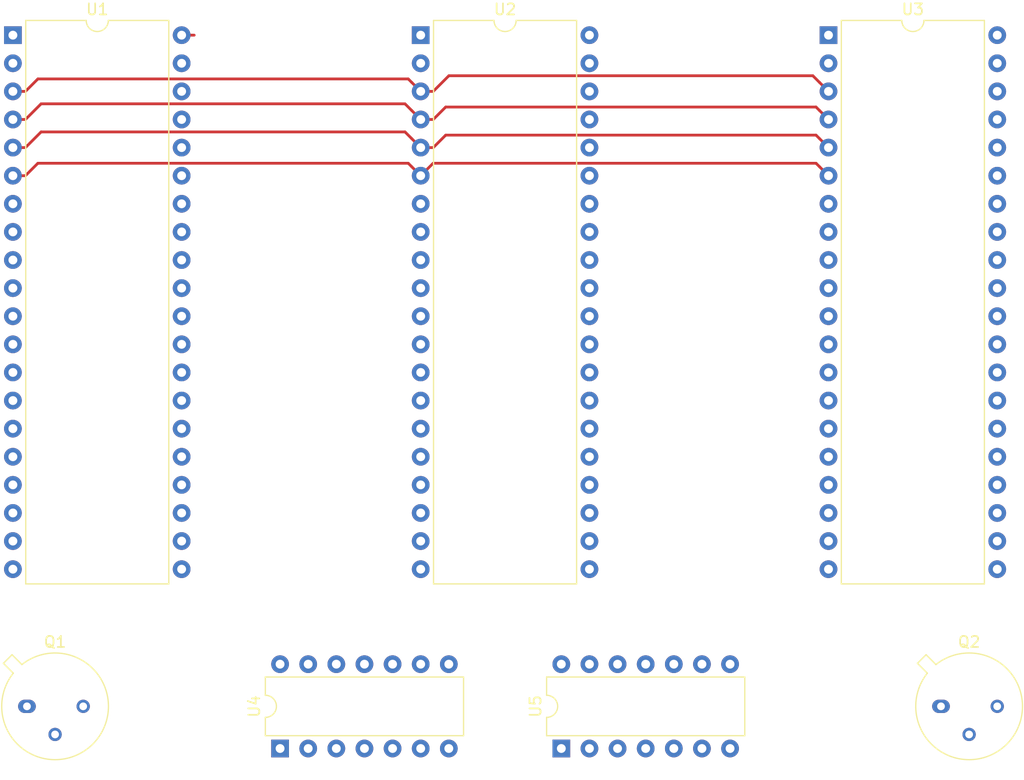
<source format=kicad_pcb>
(kicad_pcb (version 20171130) (host pcbnew "(5.0.1)-4")

  (general
    (thickness 1.6)
    (drawings 0)
    (tracks 40)
    (zones 0)
    (modules 7)
    (nets 116)
  )

  (page A4)
  (layers
    (0 F.Cu signal)
    (31 B.Cu signal)
    (32 B.Adhes user)
    (33 F.Adhes user)
    (34 B.Paste user)
    (35 F.Paste user)
    (36 B.SilkS user)
    (37 F.SilkS user)
    (38 B.Mask user)
    (39 F.Mask user)
    (40 Dwgs.User user)
    (41 Cmts.User user)
    (42 Eco1.User user)
    (43 Eco2.User user)
    (44 Edge.Cuts user)
    (45 Margin user)
    (46 B.CrtYd user)
    (47 F.CrtYd user)
    (48 B.Fab user)
    (49 F.Fab user)
  )

  (setup
    (last_trace_width 0.25)
    (trace_clearance 0.2)
    (zone_clearance 0.508)
    (zone_45_only no)
    (trace_min 0.2)
    (segment_width 0.2)
    (edge_width 0.15)
    (via_size 0.8)
    (via_drill 0.4)
    (via_min_size 0.4)
    (via_min_drill 0.3)
    (uvia_size 0.3)
    (uvia_drill 0.1)
    (uvias_allowed no)
    (uvia_min_size 0.2)
    (uvia_min_drill 0.1)
    (pcb_text_width 0.3)
    (pcb_text_size 1.5 1.5)
    (mod_edge_width 0.15)
    (mod_text_size 1 1)
    (mod_text_width 0.15)
    (pad_size 1.524 1.524)
    (pad_drill 0.762)
    (pad_to_mask_clearance 0.051)
    (solder_mask_min_width 0.25)
    (aux_axis_origin 0 0)
    (visible_elements 7FFFFFFF)
    (pcbplotparams
      (layerselection 0x010fc_ffffffff)
      (usegerberextensions false)
      (usegerberattributes false)
      (usegerberadvancedattributes false)
      (creategerberjobfile false)
      (excludeedgelayer true)
      (linewidth 0.100000)
      (plotframeref false)
      (viasonmask false)
      (mode 1)
      (useauxorigin false)
      (hpglpennumber 1)
      (hpglpenspeed 20)
      (hpglpendiameter 15.000000)
      (psnegative false)
      (psa4output false)
      (plotreference true)
      (plotvalue true)
      (plotinvisibletext false)
      (padsonsilk false)
      (subtractmaskfromsilk false)
      (outputformat 1)
      (mirror false)
      (drillshape 1)
      (scaleselection 1)
      (outputdirectory ""))
  )

  (net 0 "")
  (net 1 /PWR_CONSENSUS)
  (net 2 /CPU_CONSENSUS)
  (net 3 CPU1_VCC)
  (net 4 CPU0_VCC)
  (net 5 "Net-(Q2-Pad2)")
  (net 6 "Net-(U1-Pad1)")
  (net 7 "Net-(U1-Pad21)")
  (net 8 "Net-(U1-Pad2)")
  (net 9 "Net-(U1-Pad22)")
  (net 10 WD_SS)
  (net 11 "Net-(U1-Pad23)")
  (net 12 WD_MOSI)
  (net 13 "Net-(U1-Pad24)")
  (net 14 WD_MISO)
  (net 15 "Net-(U1-Pad25)")
  (net 16 WD_SCK)
  (net 17 "Net-(U1-Pad26)")
  (net 18 "Net-(U1-Pad7)")
  (net 19 "Net-(U1-Pad27)")
  (net 20 "Net-(U1-Pad8)")
  (net 21 "Net-(U1-Pad28)")
  (net 22 "Net-(U1-Pad9)")
  (net 23 "Net-(U1-Pad29)")
  (net 24 +5V)
  (net 25 GND)
  (net 26 "Net-(U1-Pad12)")
  (net 27 "Net-(U1-Pad32)")
  (net 28 "Net-(U1-Pad13)")
  (net 29 "Net-(U1-Pad33)")
  (net 30 "Net-(U1-Pad14)")
  (net 31 "Net-(U1-Pad34)")
  (net 32 "Net-(U1-Pad15)")
  (net 33 "Net-(U1-Pad35)")
  (net 34 "Net-(U1-Pad16)")
  (net 35 "Net-(U1-Pad36)")
  (net 36 "Net-(U1-Pad17)")
  (net 37 "Net-(U1-Pad37)")
  (net 38 "Net-(U1-Pad18)")
  (net 39 "Net-(U1-Pad38)")
  (net 40 "Net-(U1-Pad19)")
  (net 41 /CPU_0)
  (net 42 "Net-(U1-Pad20)")
  (net 43 /PWR_0)
  (net 44 /PWR_1)
  (net 45 "Net-(U2-Pad20)")
  (net 46 /CPU_1)
  (net 47 "Net-(U2-Pad19)")
  (net 48 "Net-(U2-Pad38)")
  (net 49 "Net-(U2-Pad18)")
  (net 50 "Net-(U2-Pad37)")
  (net 51 "Net-(U2-Pad17)")
  (net 52 "Net-(U2-Pad36)")
  (net 53 "Net-(U2-Pad16)")
  (net 54 "Net-(U2-Pad35)")
  (net 55 "Net-(U2-Pad15)")
  (net 56 "Net-(U2-Pad34)")
  (net 57 "Net-(U2-Pad14)")
  (net 58 "Net-(U2-Pad33)")
  (net 59 "Net-(U2-Pad13)")
  (net 60 "Net-(U2-Pad32)")
  (net 61 "Net-(U2-Pad12)")
  (net 62 "Net-(U2-Pad29)")
  (net 63 "Net-(U2-Pad9)")
  (net 64 "Net-(U2-Pad28)")
  (net 65 "Net-(U2-Pad8)")
  (net 66 "Net-(U2-Pad27)")
  (net 67 "Net-(U2-Pad7)")
  (net 68 "Net-(U2-Pad26)")
  (net 69 "Net-(U2-Pad25)")
  (net 70 "Net-(U2-Pad24)")
  (net 71 "Net-(U2-Pad23)")
  (net 72 "Net-(U2-Pad22)")
  (net 73 "Net-(U2-Pad2)")
  (net 74 "Net-(U2-Pad21)")
  (net 75 "Net-(U2-Pad1)")
  (net 76 "Net-(U3-Pad1)")
  (net 77 "Net-(U3-Pad21)")
  (net 78 "Net-(U3-Pad2)")
  (net 79 "Net-(U3-Pad22)")
  (net 80 "Net-(U3-Pad23)")
  (net 81 "Net-(U3-Pad24)")
  (net 82 "Net-(U3-Pad25)")
  (net 83 "Net-(U3-Pad26)")
  (net 84 "Net-(U3-Pad7)")
  (net 85 "Net-(U3-Pad27)")
  (net 86 "Net-(U3-Pad8)")
  (net 87 "Net-(U3-Pad28)")
  (net 88 "Net-(U3-Pad9)")
  (net 89 "Net-(U3-Pad29)")
  (net 90 "Net-(U3-Pad12)")
  (net 91 "Net-(U3-Pad32)")
  (net 92 "Net-(U3-Pad13)")
  (net 93 "Net-(U3-Pad33)")
  (net 94 "Net-(U3-Pad14)")
  (net 95 "Net-(U3-Pad34)")
  (net 96 "Net-(U3-Pad15)")
  (net 97 "Net-(U3-Pad35)")
  (net 98 "Net-(U3-Pad16)")
  (net 99 "Net-(U3-Pad36)")
  (net 100 "Net-(U3-Pad17)")
  (net 101 "Net-(U3-Pad37)")
  (net 102 "Net-(U3-Pad18)")
  (net 103 "Net-(U3-Pad38)")
  (net 104 "Net-(U3-Pad19)")
  (net 105 /CPU_2)
  (net 106 "Net-(U3-Pad20)")
  (net 107 /PWR_2)
  (net 108 Vcc)
  (net 109 Gnd)
  (net 110 "Net-(U4-Pad6)")
  (net 111 "Net-(U4-Pad11)")
  (net 112 "Net-(U4-Pad3)")
  (net 113 "Net-(U4-Pad8)")
  (net 114 "Net-(U5-Pad3)")
  (net 115 "Net-(U5-Pad6)")

  (net_class Default "Ceci est la Netclass par défaut."
    (clearance 0.2)
    (trace_width 0.25)
    (via_dia 0.8)
    (via_drill 0.4)
    (uvia_dia 0.3)
    (uvia_drill 0.1)
    (add_net +5V)
    (add_net /CPU_0)
    (add_net /CPU_1)
    (add_net /CPU_2)
    (add_net /CPU_CONSENSUS)
    (add_net /PWR_0)
    (add_net /PWR_1)
    (add_net /PWR_2)
    (add_net /PWR_CONSENSUS)
    (add_net CPU0_VCC)
    (add_net CPU1_VCC)
    (add_net GND)
    (add_net Gnd)
    (add_net "Net-(Q2-Pad2)")
    (add_net "Net-(U1-Pad1)")
    (add_net "Net-(U1-Pad12)")
    (add_net "Net-(U1-Pad13)")
    (add_net "Net-(U1-Pad14)")
    (add_net "Net-(U1-Pad15)")
    (add_net "Net-(U1-Pad16)")
    (add_net "Net-(U1-Pad17)")
    (add_net "Net-(U1-Pad18)")
    (add_net "Net-(U1-Pad19)")
    (add_net "Net-(U1-Pad2)")
    (add_net "Net-(U1-Pad20)")
    (add_net "Net-(U1-Pad21)")
    (add_net "Net-(U1-Pad22)")
    (add_net "Net-(U1-Pad23)")
    (add_net "Net-(U1-Pad24)")
    (add_net "Net-(U1-Pad25)")
    (add_net "Net-(U1-Pad26)")
    (add_net "Net-(U1-Pad27)")
    (add_net "Net-(U1-Pad28)")
    (add_net "Net-(U1-Pad29)")
    (add_net "Net-(U1-Pad32)")
    (add_net "Net-(U1-Pad33)")
    (add_net "Net-(U1-Pad34)")
    (add_net "Net-(U1-Pad35)")
    (add_net "Net-(U1-Pad36)")
    (add_net "Net-(U1-Pad37)")
    (add_net "Net-(U1-Pad38)")
    (add_net "Net-(U1-Pad7)")
    (add_net "Net-(U1-Pad8)")
    (add_net "Net-(U1-Pad9)")
    (add_net "Net-(U2-Pad1)")
    (add_net "Net-(U2-Pad12)")
    (add_net "Net-(U2-Pad13)")
    (add_net "Net-(U2-Pad14)")
    (add_net "Net-(U2-Pad15)")
    (add_net "Net-(U2-Pad16)")
    (add_net "Net-(U2-Pad17)")
    (add_net "Net-(U2-Pad18)")
    (add_net "Net-(U2-Pad19)")
    (add_net "Net-(U2-Pad2)")
    (add_net "Net-(U2-Pad20)")
    (add_net "Net-(U2-Pad21)")
    (add_net "Net-(U2-Pad22)")
    (add_net "Net-(U2-Pad23)")
    (add_net "Net-(U2-Pad24)")
    (add_net "Net-(U2-Pad25)")
    (add_net "Net-(U2-Pad26)")
    (add_net "Net-(U2-Pad27)")
    (add_net "Net-(U2-Pad28)")
    (add_net "Net-(U2-Pad29)")
    (add_net "Net-(U2-Pad32)")
    (add_net "Net-(U2-Pad33)")
    (add_net "Net-(U2-Pad34)")
    (add_net "Net-(U2-Pad35)")
    (add_net "Net-(U2-Pad36)")
    (add_net "Net-(U2-Pad37)")
    (add_net "Net-(U2-Pad38)")
    (add_net "Net-(U2-Pad7)")
    (add_net "Net-(U2-Pad8)")
    (add_net "Net-(U2-Pad9)")
    (add_net "Net-(U3-Pad1)")
    (add_net "Net-(U3-Pad12)")
    (add_net "Net-(U3-Pad13)")
    (add_net "Net-(U3-Pad14)")
    (add_net "Net-(U3-Pad15)")
    (add_net "Net-(U3-Pad16)")
    (add_net "Net-(U3-Pad17)")
    (add_net "Net-(U3-Pad18)")
    (add_net "Net-(U3-Pad19)")
    (add_net "Net-(U3-Pad2)")
    (add_net "Net-(U3-Pad20)")
    (add_net "Net-(U3-Pad21)")
    (add_net "Net-(U3-Pad22)")
    (add_net "Net-(U3-Pad23)")
    (add_net "Net-(U3-Pad24)")
    (add_net "Net-(U3-Pad25)")
    (add_net "Net-(U3-Pad26)")
    (add_net "Net-(U3-Pad27)")
    (add_net "Net-(U3-Pad28)")
    (add_net "Net-(U3-Pad29)")
    (add_net "Net-(U3-Pad32)")
    (add_net "Net-(U3-Pad33)")
    (add_net "Net-(U3-Pad34)")
    (add_net "Net-(U3-Pad35)")
    (add_net "Net-(U3-Pad36)")
    (add_net "Net-(U3-Pad37)")
    (add_net "Net-(U3-Pad38)")
    (add_net "Net-(U3-Pad7)")
    (add_net "Net-(U3-Pad8)")
    (add_net "Net-(U3-Pad9)")
    (add_net "Net-(U4-Pad11)")
    (add_net "Net-(U4-Pad3)")
    (add_net "Net-(U4-Pad6)")
    (add_net "Net-(U4-Pad8)")
    (add_net "Net-(U5-Pad3)")
    (add_net "Net-(U5-Pad6)")
    (add_net Vcc)
    (add_net WD_MISO)
    (add_net WD_MOSI)
    (add_net WD_SCK)
    (add_net WD_SS)
  )

  (module Package_DIP:DIP-40_W15.24mm (layer F.Cu) (tedit 5A02E8C5) (tstamp 5C0D9D30)
    (at 87.63 52.375001)
    (descr "40-lead though-hole mounted DIP package, row spacing 15.24 mm (600 mils)")
    (tags "THT DIP DIL PDIP 2.54mm 15.24mm 600mil")
    (path /5C0E003E)
    (fp_text reference U1 (at 7.62 -2.33) (layer F.SilkS)
      (effects (font (size 1 1) (thickness 0.15)))
    )
    (fp_text value ATmega32-16PU (at 7.62 50.59) (layer F.Fab)
      (effects (font (size 1 1) (thickness 0.15)))
    )
    (fp_arc (start 7.62 -1.33) (end 6.62 -1.33) (angle -180) (layer F.SilkS) (width 0.12))
    (fp_line (start 1.255 -1.27) (end 14.985 -1.27) (layer F.Fab) (width 0.1))
    (fp_line (start 14.985 -1.27) (end 14.985 49.53) (layer F.Fab) (width 0.1))
    (fp_line (start 14.985 49.53) (end 0.255 49.53) (layer F.Fab) (width 0.1))
    (fp_line (start 0.255 49.53) (end 0.255 -0.27) (layer F.Fab) (width 0.1))
    (fp_line (start 0.255 -0.27) (end 1.255 -1.27) (layer F.Fab) (width 0.1))
    (fp_line (start 6.62 -1.33) (end 1.16 -1.33) (layer F.SilkS) (width 0.12))
    (fp_line (start 1.16 -1.33) (end 1.16 49.59) (layer F.SilkS) (width 0.12))
    (fp_line (start 1.16 49.59) (end 14.08 49.59) (layer F.SilkS) (width 0.12))
    (fp_line (start 14.08 49.59) (end 14.08 -1.33) (layer F.SilkS) (width 0.12))
    (fp_line (start 14.08 -1.33) (end 8.62 -1.33) (layer F.SilkS) (width 0.12))
    (fp_line (start -1.05 -1.55) (end -1.05 49.8) (layer F.CrtYd) (width 0.05))
    (fp_line (start -1.05 49.8) (end 16.3 49.8) (layer F.CrtYd) (width 0.05))
    (fp_line (start 16.3 49.8) (end 16.3 -1.55) (layer F.CrtYd) (width 0.05))
    (fp_line (start 16.3 -1.55) (end -1.05 -1.55) (layer F.CrtYd) (width 0.05))
    (fp_text user %R (at 7.62 24.13) (layer F.Fab)
      (effects (font (size 1 1) (thickness 0.15)))
    )
    (pad 1 thru_hole rect (at 0 0) (size 1.6 1.6) (drill 0.8) (layers *.Cu *.Mask)
      (net 6 "Net-(U1-Pad1)"))
    (pad 21 thru_hole oval (at 15.24 48.26) (size 1.6 1.6) (drill 0.8) (layers *.Cu *.Mask)
      (net 7 "Net-(U1-Pad21)"))
    (pad 2 thru_hole oval (at 0 2.54) (size 1.6 1.6) (drill 0.8) (layers *.Cu *.Mask)
      (net 8 "Net-(U1-Pad2)"))
    (pad 22 thru_hole oval (at 15.24 45.72) (size 1.6 1.6) (drill 0.8) (layers *.Cu *.Mask)
      (net 9 "Net-(U1-Pad22)"))
    (pad 3 thru_hole oval (at 0 5.08) (size 1.6 1.6) (drill 0.8) (layers *.Cu *.Mask)
      (net 10 WD_SS))
    (pad 23 thru_hole oval (at 15.24 43.18) (size 1.6 1.6) (drill 0.8) (layers *.Cu *.Mask)
      (net 11 "Net-(U1-Pad23)"))
    (pad 4 thru_hole oval (at 0 7.62) (size 1.6 1.6) (drill 0.8) (layers *.Cu *.Mask)
      (net 12 WD_MOSI))
    (pad 24 thru_hole oval (at 15.24 40.64) (size 1.6 1.6) (drill 0.8) (layers *.Cu *.Mask)
      (net 13 "Net-(U1-Pad24)"))
    (pad 5 thru_hole oval (at 0 10.16) (size 1.6 1.6) (drill 0.8) (layers *.Cu *.Mask)
      (net 14 WD_MISO))
    (pad 25 thru_hole oval (at 15.24 38.1) (size 1.6 1.6) (drill 0.8) (layers *.Cu *.Mask)
      (net 15 "Net-(U1-Pad25)"))
    (pad 6 thru_hole oval (at 0 12.7) (size 1.6 1.6) (drill 0.8) (layers *.Cu *.Mask)
      (net 16 WD_SCK))
    (pad 26 thru_hole oval (at 15.24 35.56) (size 1.6 1.6) (drill 0.8) (layers *.Cu *.Mask)
      (net 17 "Net-(U1-Pad26)"))
    (pad 7 thru_hole oval (at 0 15.24) (size 1.6 1.6) (drill 0.8) (layers *.Cu *.Mask)
      (net 18 "Net-(U1-Pad7)"))
    (pad 27 thru_hole oval (at 15.24 33.02) (size 1.6 1.6) (drill 0.8) (layers *.Cu *.Mask)
      (net 19 "Net-(U1-Pad27)"))
    (pad 8 thru_hole oval (at 0 17.78) (size 1.6 1.6) (drill 0.8) (layers *.Cu *.Mask)
      (net 20 "Net-(U1-Pad8)"))
    (pad 28 thru_hole oval (at 15.24 30.48) (size 1.6 1.6) (drill 0.8) (layers *.Cu *.Mask)
      (net 21 "Net-(U1-Pad28)"))
    (pad 9 thru_hole oval (at 0 20.32) (size 1.6 1.6) (drill 0.8) (layers *.Cu *.Mask)
      (net 22 "Net-(U1-Pad9)"))
    (pad 29 thru_hole oval (at 15.24 27.94) (size 1.6 1.6) (drill 0.8) (layers *.Cu *.Mask)
      (net 23 "Net-(U1-Pad29)"))
    (pad 10 thru_hole oval (at 0 22.86) (size 1.6 1.6) (drill 0.8) (layers *.Cu *.Mask)
      (net 24 +5V))
    (pad 30 thru_hole oval (at 15.24 25.4) (size 1.6 1.6) (drill 0.8) (layers *.Cu *.Mask)
      (net 24 +5V))
    (pad 11 thru_hole oval (at 0 25.4) (size 1.6 1.6) (drill 0.8) (layers *.Cu *.Mask)
      (net 25 GND))
    (pad 31 thru_hole oval (at 15.24 22.86) (size 1.6 1.6) (drill 0.8) (layers *.Cu *.Mask)
      (net 25 GND))
    (pad 12 thru_hole oval (at 0 27.94) (size 1.6 1.6) (drill 0.8) (layers *.Cu *.Mask)
      (net 26 "Net-(U1-Pad12)"))
    (pad 32 thru_hole oval (at 15.24 20.32) (size 1.6 1.6) (drill 0.8) (layers *.Cu *.Mask)
      (net 27 "Net-(U1-Pad32)"))
    (pad 13 thru_hole oval (at 0 30.48) (size 1.6 1.6) (drill 0.8) (layers *.Cu *.Mask)
      (net 28 "Net-(U1-Pad13)"))
    (pad 33 thru_hole oval (at 15.24 17.78) (size 1.6 1.6) (drill 0.8) (layers *.Cu *.Mask)
      (net 29 "Net-(U1-Pad33)"))
    (pad 14 thru_hole oval (at 0 33.02) (size 1.6 1.6) (drill 0.8) (layers *.Cu *.Mask)
      (net 30 "Net-(U1-Pad14)"))
    (pad 34 thru_hole oval (at 15.24 15.24) (size 1.6 1.6) (drill 0.8) (layers *.Cu *.Mask)
      (net 31 "Net-(U1-Pad34)"))
    (pad 15 thru_hole oval (at 0 35.56) (size 1.6 1.6) (drill 0.8) (layers *.Cu *.Mask)
      (net 32 "Net-(U1-Pad15)"))
    (pad 35 thru_hole oval (at 15.24 12.7) (size 1.6 1.6) (drill 0.8) (layers *.Cu *.Mask)
      (net 33 "Net-(U1-Pad35)"))
    (pad 16 thru_hole oval (at 0 38.1) (size 1.6 1.6) (drill 0.8) (layers *.Cu *.Mask)
      (net 34 "Net-(U1-Pad16)"))
    (pad 36 thru_hole oval (at 15.24 10.16) (size 1.6 1.6) (drill 0.8) (layers *.Cu *.Mask)
      (net 35 "Net-(U1-Pad36)"))
    (pad 17 thru_hole oval (at 0 40.64) (size 1.6 1.6) (drill 0.8) (layers *.Cu *.Mask)
      (net 36 "Net-(U1-Pad17)"))
    (pad 37 thru_hole oval (at 15.24 7.62) (size 1.6 1.6) (drill 0.8) (layers *.Cu *.Mask)
      (net 37 "Net-(U1-Pad37)"))
    (pad 18 thru_hole oval (at 0 43.18) (size 1.6 1.6) (drill 0.8) (layers *.Cu *.Mask)
      (net 38 "Net-(U1-Pad18)"))
    (pad 38 thru_hole oval (at 15.24 5.08) (size 1.6 1.6) (drill 0.8) (layers *.Cu *.Mask)
      (net 39 "Net-(U1-Pad38)"))
    (pad 19 thru_hole oval (at 0 45.72) (size 1.6 1.6) (drill 0.8) (layers *.Cu *.Mask)
      (net 40 "Net-(U1-Pad19)"))
    (pad 39 thru_hole oval (at 15.24 2.54) (size 1.6 1.6) (drill 0.8) (layers *.Cu *.Mask)
      (net 41 /CPU_0))
    (pad 20 thru_hole oval (at 0 48.26) (size 1.6 1.6) (drill 0.8) (layers *.Cu *.Mask)
      (net 42 "Net-(U1-Pad20)"))
    (pad 40 thru_hole oval (at 15.24 0) (size 1.6 1.6) (drill 0.8) (layers *.Cu *.Mask)
      (net 43 /PWR_0))
    (model ${KISYS3DMOD}/Package_DIP.3dshapes/DIP-40_W15.24mm.wrl
      (at (xyz 0 0 0))
      (scale (xyz 1 1 1))
      (rotate (xyz 0 0 0))
    )
  )

  (module Package_DIP:DIP-14_W7.62mm (layer F.Cu) (tedit 5C0DB1E2) (tstamp 5C1A1133)
    (at 137.16 116.84 90)
    (descr "14-lead though-hole mounted DIP package, row spacing 7.62 mm (300 mils)")
    (tags "THT DIP DIL PDIP 2.54mm 7.62mm 300mil")
    (path /5C0E38D5)
    (fp_text reference U5 (at 3.81 -2.33 90) (layer F.SilkS)
      (effects (font (size 1 1) (thickness 0.15)))
    )
    (fp_text value 7408 (at 3.81 17.57 90) (layer F.Fab)
      (effects (font (size 1 1) (thickness 0.15)))
    )
    (fp_arc (start 3.81 -1.33) (end 2.81 -1.33) (angle -180) (layer F.SilkS) (width 0.12))
    (fp_line (start 1.635 -1.27) (end 6.985 -1.27) (layer F.Fab) (width 0.1))
    (fp_line (start 6.985 -1.27) (end 6.985 16.51) (layer F.Fab) (width 0.1))
    (fp_line (start 6.985 16.51) (end 0.635 16.51) (layer F.Fab) (width 0.1))
    (fp_line (start 0.635 16.51) (end 0.635 -0.27) (layer F.Fab) (width 0.1))
    (fp_line (start 0.635 -0.27) (end 1.635 -1.27) (layer F.Fab) (width 0.1))
    (fp_line (start 2.81 -1.33) (end 1.16 -1.33) (layer F.SilkS) (width 0.12))
    (fp_line (start 1.16 -1.33) (end 1.16 16.57) (layer F.SilkS) (width 0.12))
    (fp_line (start 1.16 16.57) (end 6.46 16.57) (layer F.SilkS) (width 0.12))
    (fp_line (start 6.46 16.57) (end 6.46 -1.33) (layer F.SilkS) (width 0.12))
    (fp_line (start 6.46 -1.33) (end 4.81 -1.33) (layer F.SilkS) (width 0.12))
    (fp_line (start -1.1 -1.55) (end -1.1 16.8) (layer F.CrtYd) (width 0.05))
    (fp_line (start -1.1 16.8) (end 8.7 16.8) (layer F.CrtYd) (width 0.05))
    (fp_line (start 8.7 16.8) (end 8.7 -1.55) (layer F.CrtYd) (width 0.05))
    (fp_line (start 8.7 -1.55) (end -1.1 -1.55) (layer F.CrtYd) (width 0.05))
    (fp_text user %R (at 3.81 7.62 90) (layer F.Fab)
      (effects (font (size 1 1) (thickness 0.15)))
    )
    (pad 1 thru_hole rect (at 0 0 90) (size 1.6 1.6) (drill 0.8) (layers *.Cu *.Mask)
      (net 46 /CPU_1))
    (pad 8 thru_hole oval (at 7.62 15.24 90) (size 1.6 1.6) (drill 0.8) (layers *.Cu *.Mask))
    (pad 2 thru_hole oval (at 0 2.54 90) (size 1.6 1.6) (drill 0.8) (layers *.Cu *.Mask)
      (net 105 /CPU_2))
    (pad 9 thru_hole oval (at 7.62 12.7 90) (size 1.6 1.6) (drill 0.8) (layers *.Cu *.Mask))
    (pad 3 thru_hole oval (at 0 5.08 90) (size 1.6 1.6) (drill 0.8) (layers *.Cu *.Mask)
      (net 114 "Net-(U5-Pad3)"))
    (pad 10 thru_hole oval (at 7.62 10.16 90) (size 1.6 1.6) (drill 0.8) (layers *.Cu *.Mask))
    (pad 4 thru_hole oval (at 0 7.62 90) (size 1.6 1.6) (drill 0.8) (layers *.Cu *.Mask)
      (net 105 /CPU_2))
    (pad 11 thru_hole oval (at 7.62 7.62 90) (size 1.6 1.6) (drill 0.8) (layers *.Cu *.Mask))
    (pad 5 thru_hole oval (at 0 10.16 90) (size 1.6 1.6) (drill 0.8) (layers *.Cu *.Mask)
      (net 41 /CPU_0))
    (pad 12 thru_hole oval (at 7.62 5.08 90) (size 1.6 1.6) (drill 0.8) (layers *.Cu *.Mask))
    (pad 6 thru_hole oval (at 0 12.7 90) (size 1.6 1.6) (drill 0.8) (layers *.Cu *.Mask)
      (net 115 "Net-(U5-Pad6)"))
    (pad 13 thru_hole oval (at 7.62 2.54 90) (size 1.6 1.6) (drill 0.8) (layers *.Cu *.Mask))
    (pad 7 thru_hole oval (at 0 15.24 90) (size 1.6 1.6) (drill 0.8) (layers *.Cu *.Mask)
      (net 109 Gnd))
    (pad 14 thru_hole oval (at 7.62 0 90) (size 1.6 1.6) (drill 0.8) (layers *.Cu *.Mask)
      (net 108 Vcc))
    (model ${KISYS3DMOD}/Package_DIP.3dshapes/DIP-14_W7.62mm.wrl
      (at (xyz 0 0 0))
      (scale (xyz 1 1 1))
      (rotate (xyz 0 0 0))
    )
  )

  (module Package_TO_SOT_THT:TO-39-3 (layer F.Cu) (tedit 5A02FF81) (tstamp 5C0D9CCD)
    (at 88.9 113.03)
    (descr TO-39-3)
    (tags TO-39-3)
    (path /5C0E73C6)
    (fp_text reference Q1 (at 2.54 -5.82) (layer F.SilkS)
      (effects (font (size 1 1) (thickness 0.15)))
    )
    (fp_text value 2N2219 (at 2.54 5.82) (layer F.Fab)
      (effects (font (size 1 1) (thickness 0.15)))
    )
    (fp_arc (start 2.54 0) (end -0.457084 -3.774902) (angle 346.9) (layer F.SilkS) (width 0.12))
    (fp_arc (start 2.54 0) (end -0.465408 -3.61352) (angle 349.5) (layer F.Fab) (width 0.1))
    (fp_circle (center 2.54 0) (end 6.79 0) (layer F.Fab) (width 0.1))
    (fp_line (start 7.49 -4.95) (end -2.41 -4.95) (layer F.CrtYd) (width 0.05))
    (fp_line (start 7.49 4.95) (end 7.49 -4.95) (layer F.CrtYd) (width 0.05))
    (fp_line (start -2.41 4.95) (end 7.49 4.95) (layer F.CrtYd) (width 0.05))
    (fp_line (start -2.41 -4.95) (end -2.41 4.95) (layer F.CrtYd) (width 0.05))
    (fp_line (start -2.125856 -3.888039) (end -1.234902 -2.997084) (layer F.SilkS) (width 0.12))
    (fp_line (start -1.348039 -4.665856) (end -2.125856 -3.888039) (layer F.SilkS) (width 0.12))
    (fp_line (start -0.457084 -3.774902) (end -1.348039 -4.665856) (layer F.SilkS) (width 0.12))
    (fp_line (start -1.879621 -3.81151) (end -1.07352 -3.005408) (layer F.Fab) (width 0.1))
    (fp_line (start -1.27151 -4.419621) (end -1.879621 -3.81151) (layer F.Fab) (width 0.1))
    (fp_line (start -0.465408 -3.61352) (end -1.27151 -4.419621) (layer F.Fab) (width 0.1))
    (fp_text user %R (at 2.54 -5.82) (layer F.Fab)
      (effects (font (size 1 1) (thickness 0.15)))
    )
    (pad 3 thru_hole oval (at 5.08 0) (size 1.2 1.2) (drill 0.7) (layers *.Cu *.Mask)
      (net 1 /PWR_CONSENSUS))
    (pad 2 thru_hole oval (at 2.54 2.54) (size 1.2 1.2) (drill 0.7) (layers *.Cu *.Mask)
      (net 2 /CPU_CONSENSUS))
    (pad 1 thru_hole oval (at 0 0) (size 1.6 1.2) (drill 0.7) (layers *.Cu *.Mask)
      (net 3 CPU1_VCC))
    (model ${KISYS3DMOD}/Package_TO_SOT_THT.3dshapes/TO-39-3.wrl
      (at (xyz 0 0 0))
      (scale (xyz 1 1 1))
      (rotate (xyz 0 0 0))
    )
  )

  (module Package_TO_SOT_THT:TO-39-3 (layer F.Cu) (tedit 5A02FF81) (tstamp 5C0D9C91)
    (at 171.45 113.03)
    (descr TO-39-3)
    (tags TO-39-3)
    (path /5C0E6773)
    (fp_text reference Q2 (at 2.54 -5.82) (layer F.SilkS)
      (effects (font (size 1 1) (thickness 0.15)))
    )
    (fp_text value 2N2219 (at 2.54 5.82) (layer F.Fab)
      (effects (font (size 1 1) (thickness 0.15)))
    )
    (fp_text user %R (at 2.54 -5.82) (layer F.Fab)
      (effects (font (size 1 1) (thickness 0.15)))
    )
    (fp_line (start -0.465408 -3.61352) (end -1.27151 -4.419621) (layer F.Fab) (width 0.1))
    (fp_line (start -1.27151 -4.419621) (end -1.879621 -3.81151) (layer F.Fab) (width 0.1))
    (fp_line (start -1.879621 -3.81151) (end -1.07352 -3.005408) (layer F.Fab) (width 0.1))
    (fp_line (start -0.457084 -3.774902) (end -1.348039 -4.665856) (layer F.SilkS) (width 0.12))
    (fp_line (start -1.348039 -4.665856) (end -2.125856 -3.888039) (layer F.SilkS) (width 0.12))
    (fp_line (start -2.125856 -3.888039) (end -1.234902 -2.997084) (layer F.SilkS) (width 0.12))
    (fp_line (start -2.41 -4.95) (end -2.41 4.95) (layer F.CrtYd) (width 0.05))
    (fp_line (start -2.41 4.95) (end 7.49 4.95) (layer F.CrtYd) (width 0.05))
    (fp_line (start 7.49 4.95) (end 7.49 -4.95) (layer F.CrtYd) (width 0.05))
    (fp_line (start 7.49 -4.95) (end -2.41 -4.95) (layer F.CrtYd) (width 0.05))
    (fp_circle (center 2.54 0) (end 6.79 0) (layer F.Fab) (width 0.1))
    (fp_arc (start 2.54 0) (end -0.465408 -3.61352) (angle 349.5) (layer F.Fab) (width 0.1))
    (fp_arc (start 2.54 0) (end -0.457084 -3.774902) (angle 346.9) (layer F.SilkS) (width 0.12))
    (pad 1 thru_hole oval (at 0 0) (size 1.6 1.2) (drill 0.7) (layers *.Cu *.Mask)
      (net 4 CPU0_VCC))
    (pad 2 thru_hole oval (at 2.54 2.54) (size 1.2 1.2) (drill 0.7) (layers *.Cu *.Mask)
      (net 5 "Net-(Q2-Pad2)"))
    (pad 3 thru_hole oval (at 5.08 0) (size 1.2 1.2) (drill 0.7) (layers *.Cu *.Mask)
      (net 1 /PWR_CONSENSUS))
    (model ${KISYS3DMOD}/Package_TO_SOT_THT.3dshapes/TO-39-3.wrl
      (at (xyz 0 0 0))
      (scale (xyz 1 1 1))
      (rotate (xyz 0 0 0))
    )
  )

  (module Package_DIP:DIP-40_W15.24mm (layer F.Cu) (tedit 5A02E8C5) (tstamp 5C0D9DE1)
    (at 124.46 52.375001)
    (descr "40-lead though-hole mounted DIP package, row spacing 15.24 mm (600 mils)")
    (tags "THT DIP DIL PDIP 2.54mm 15.24mm 600mil")
    (path /5C0E009C)
    (fp_text reference U2 (at 7.62 -2.33) (layer F.SilkS)
      (effects (font (size 1 1) (thickness 0.15)))
    )
    (fp_text value ATmega32-16PU (at 7.62 50.59) (layer F.Fab)
      (effects (font (size 1 1) (thickness 0.15)))
    )
    (fp_text user %R (at 7.62 24.13) (layer F.Fab)
      (effects (font (size 1 1) (thickness 0.15)))
    )
    (fp_line (start 16.3 -1.55) (end -1.05 -1.55) (layer F.CrtYd) (width 0.05))
    (fp_line (start 16.3 49.8) (end 16.3 -1.55) (layer F.CrtYd) (width 0.05))
    (fp_line (start -1.05 49.8) (end 16.3 49.8) (layer F.CrtYd) (width 0.05))
    (fp_line (start -1.05 -1.55) (end -1.05 49.8) (layer F.CrtYd) (width 0.05))
    (fp_line (start 14.08 -1.33) (end 8.62 -1.33) (layer F.SilkS) (width 0.12))
    (fp_line (start 14.08 49.59) (end 14.08 -1.33) (layer F.SilkS) (width 0.12))
    (fp_line (start 1.16 49.59) (end 14.08 49.59) (layer F.SilkS) (width 0.12))
    (fp_line (start 1.16 -1.33) (end 1.16 49.59) (layer F.SilkS) (width 0.12))
    (fp_line (start 6.62 -1.33) (end 1.16 -1.33) (layer F.SilkS) (width 0.12))
    (fp_line (start 0.255 -0.27) (end 1.255 -1.27) (layer F.Fab) (width 0.1))
    (fp_line (start 0.255 49.53) (end 0.255 -0.27) (layer F.Fab) (width 0.1))
    (fp_line (start 14.985 49.53) (end 0.255 49.53) (layer F.Fab) (width 0.1))
    (fp_line (start 14.985 -1.27) (end 14.985 49.53) (layer F.Fab) (width 0.1))
    (fp_line (start 1.255 -1.27) (end 14.985 -1.27) (layer F.Fab) (width 0.1))
    (fp_arc (start 7.62 -1.33) (end 6.62 -1.33) (angle -180) (layer F.SilkS) (width 0.12))
    (pad 40 thru_hole oval (at 15.24 0) (size 1.6 1.6) (drill 0.8) (layers *.Cu *.Mask)
      (net 44 /PWR_1))
    (pad 20 thru_hole oval (at 0 48.26) (size 1.6 1.6) (drill 0.8) (layers *.Cu *.Mask)
      (net 45 "Net-(U2-Pad20)"))
    (pad 39 thru_hole oval (at 15.24 2.54) (size 1.6 1.6) (drill 0.8) (layers *.Cu *.Mask)
      (net 46 /CPU_1))
    (pad 19 thru_hole oval (at 0 45.72) (size 1.6 1.6) (drill 0.8) (layers *.Cu *.Mask)
      (net 47 "Net-(U2-Pad19)"))
    (pad 38 thru_hole oval (at 15.24 5.08) (size 1.6 1.6) (drill 0.8) (layers *.Cu *.Mask)
      (net 48 "Net-(U2-Pad38)"))
    (pad 18 thru_hole oval (at 0 43.18) (size 1.6 1.6) (drill 0.8) (layers *.Cu *.Mask)
      (net 49 "Net-(U2-Pad18)"))
    (pad 37 thru_hole oval (at 15.24 7.62) (size 1.6 1.6) (drill 0.8) (layers *.Cu *.Mask)
      (net 50 "Net-(U2-Pad37)"))
    (pad 17 thru_hole oval (at 0 40.64) (size 1.6 1.6) (drill 0.8) (layers *.Cu *.Mask)
      (net 51 "Net-(U2-Pad17)"))
    (pad 36 thru_hole oval (at 15.24 10.16) (size 1.6 1.6) (drill 0.8) (layers *.Cu *.Mask)
      (net 52 "Net-(U2-Pad36)"))
    (pad 16 thru_hole oval (at 0 38.1) (size 1.6 1.6) (drill 0.8) (layers *.Cu *.Mask)
      (net 53 "Net-(U2-Pad16)"))
    (pad 35 thru_hole oval (at 15.24 12.7) (size 1.6 1.6) (drill 0.8) (layers *.Cu *.Mask)
      (net 54 "Net-(U2-Pad35)"))
    (pad 15 thru_hole oval (at 0 35.56) (size 1.6 1.6) (drill 0.8) (layers *.Cu *.Mask)
      (net 55 "Net-(U2-Pad15)"))
    (pad 34 thru_hole oval (at 15.24 15.24) (size 1.6 1.6) (drill 0.8) (layers *.Cu *.Mask)
      (net 56 "Net-(U2-Pad34)"))
    (pad 14 thru_hole oval (at 0 33.02) (size 1.6 1.6) (drill 0.8) (layers *.Cu *.Mask)
      (net 57 "Net-(U2-Pad14)"))
    (pad 33 thru_hole oval (at 15.24 17.78) (size 1.6 1.6) (drill 0.8) (layers *.Cu *.Mask)
      (net 58 "Net-(U2-Pad33)"))
    (pad 13 thru_hole oval (at 0 30.48) (size 1.6 1.6) (drill 0.8) (layers *.Cu *.Mask)
      (net 59 "Net-(U2-Pad13)"))
    (pad 32 thru_hole oval (at 15.24 20.32) (size 1.6 1.6) (drill 0.8) (layers *.Cu *.Mask)
      (net 60 "Net-(U2-Pad32)"))
    (pad 12 thru_hole oval (at 0 27.94) (size 1.6 1.6) (drill 0.8) (layers *.Cu *.Mask)
      (net 61 "Net-(U2-Pad12)"))
    (pad 31 thru_hole oval (at 15.24 22.86) (size 1.6 1.6) (drill 0.8) (layers *.Cu *.Mask)
      (net 25 GND))
    (pad 11 thru_hole oval (at 0 25.4) (size 1.6 1.6) (drill 0.8) (layers *.Cu *.Mask)
      (net 25 GND))
    (pad 30 thru_hole oval (at 15.24 25.4) (size 1.6 1.6) (drill 0.8) (layers *.Cu *.Mask)
      (net 24 +5V))
    (pad 10 thru_hole oval (at 0 22.86) (size 1.6 1.6) (drill 0.8) (layers *.Cu *.Mask)
      (net 24 +5V))
    (pad 29 thru_hole oval (at 15.24 27.94) (size 1.6 1.6) (drill 0.8) (layers *.Cu *.Mask)
      (net 62 "Net-(U2-Pad29)"))
    (pad 9 thru_hole oval (at 0 20.32) (size 1.6 1.6) (drill 0.8) (layers *.Cu *.Mask)
      (net 63 "Net-(U2-Pad9)"))
    (pad 28 thru_hole oval (at 15.24 30.48) (size 1.6 1.6) (drill 0.8) (layers *.Cu *.Mask)
      (net 64 "Net-(U2-Pad28)"))
    (pad 8 thru_hole oval (at 0 17.78) (size 1.6 1.6) (drill 0.8) (layers *.Cu *.Mask)
      (net 65 "Net-(U2-Pad8)"))
    (pad 27 thru_hole oval (at 15.24 33.02) (size 1.6 1.6) (drill 0.8) (layers *.Cu *.Mask)
      (net 66 "Net-(U2-Pad27)"))
    (pad 7 thru_hole oval (at 0 15.24) (size 1.6 1.6) (drill 0.8) (layers *.Cu *.Mask)
      (net 67 "Net-(U2-Pad7)"))
    (pad 26 thru_hole oval (at 15.24 35.56) (size 1.6 1.6) (drill 0.8) (layers *.Cu *.Mask)
      (net 68 "Net-(U2-Pad26)"))
    (pad 6 thru_hole oval (at 0 12.7) (size 1.6 1.6) (drill 0.8) (layers *.Cu *.Mask)
      (net 16 WD_SCK))
    (pad 25 thru_hole oval (at 15.24 38.1) (size 1.6 1.6) (drill 0.8) (layers *.Cu *.Mask)
      (net 69 "Net-(U2-Pad25)"))
    (pad 5 thru_hole oval (at 0 10.16) (size 1.6 1.6) (drill 0.8) (layers *.Cu *.Mask)
      (net 14 WD_MISO))
    (pad 24 thru_hole oval (at 15.24 40.64) (size 1.6 1.6) (drill 0.8) (layers *.Cu *.Mask)
      (net 70 "Net-(U2-Pad24)"))
    (pad 4 thru_hole oval (at 0 7.62) (size 1.6 1.6) (drill 0.8) (layers *.Cu *.Mask)
      (net 12 WD_MOSI))
    (pad 23 thru_hole oval (at 15.24 43.18) (size 1.6 1.6) (drill 0.8) (layers *.Cu *.Mask)
      (net 71 "Net-(U2-Pad23)"))
    (pad 3 thru_hole oval (at 0 5.08) (size 1.6 1.6) (drill 0.8) (layers *.Cu *.Mask)
      (net 10 WD_SS))
    (pad 22 thru_hole oval (at 15.24 45.72) (size 1.6 1.6) (drill 0.8) (layers *.Cu *.Mask)
      (net 72 "Net-(U2-Pad22)"))
    (pad 2 thru_hole oval (at 0 2.54) (size 1.6 1.6) (drill 0.8) (layers *.Cu *.Mask)
      (net 73 "Net-(U2-Pad2)"))
    (pad 21 thru_hole oval (at 15.24 48.26) (size 1.6 1.6) (drill 0.8) (layers *.Cu *.Mask)
      (net 74 "Net-(U2-Pad21)"))
    (pad 1 thru_hole rect (at 0 0) (size 1.6 1.6) (drill 0.8) (layers *.Cu *.Mask)
      (net 75 "Net-(U2-Pad1)"))
    (model ${KISYS3DMOD}/Package_DIP.3dshapes/DIP-40_W15.24mm.wrl
      (at (xyz 0 0 0))
      (scale (xyz 1 1 1))
      (rotate (xyz 0 0 0))
    )
  )

  (module Package_DIP:DIP-40_W15.24mm (layer F.Cu) (tedit 5A02E8C5) (tstamp 5C0D9E92)
    (at 161.29 52.375001)
    (descr "40-lead though-hole mounted DIP package, row spacing 15.24 mm (600 mils)")
    (tags "THT DIP DIL PDIP 2.54mm 15.24mm 600mil")
    (path /5C0E0104)
    (fp_text reference U3 (at 7.62 -2.33) (layer F.SilkS)
      (effects (font (size 1 1) (thickness 0.15)))
    )
    (fp_text value ATmega32-16PU (at 7.62 50.59) (layer F.Fab)
      (effects (font (size 1 1) (thickness 0.15)))
    )
    (fp_arc (start 7.62 -1.33) (end 6.62 -1.33) (angle -180) (layer F.SilkS) (width 0.12))
    (fp_line (start 1.255 -1.27) (end 14.985 -1.27) (layer F.Fab) (width 0.1))
    (fp_line (start 14.985 -1.27) (end 14.985 49.53) (layer F.Fab) (width 0.1))
    (fp_line (start 14.985 49.53) (end 0.255 49.53) (layer F.Fab) (width 0.1))
    (fp_line (start 0.255 49.53) (end 0.255 -0.27) (layer F.Fab) (width 0.1))
    (fp_line (start 0.255 -0.27) (end 1.255 -1.27) (layer F.Fab) (width 0.1))
    (fp_line (start 6.62 -1.33) (end 1.16 -1.33) (layer F.SilkS) (width 0.12))
    (fp_line (start 1.16 -1.33) (end 1.16 49.59) (layer F.SilkS) (width 0.12))
    (fp_line (start 1.16 49.59) (end 14.08 49.59) (layer F.SilkS) (width 0.12))
    (fp_line (start 14.08 49.59) (end 14.08 -1.33) (layer F.SilkS) (width 0.12))
    (fp_line (start 14.08 -1.33) (end 8.62 -1.33) (layer F.SilkS) (width 0.12))
    (fp_line (start -1.05 -1.55) (end -1.05 49.8) (layer F.CrtYd) (width 0.05))
    (fp_line (start -1.05 49.8) (end 16.3 49.8) (layer F.CrtYd) (width 0.05))
    (fp_line (start 16.3 49.8) (end 16.3 -1.55) (layer F.CrtYd) (width 0.05))
    (fp_line (start 16.3 -1.55) (end -1.05 -1.55) (layer F.CrtYd) (width 0.05))
    (fp_text user %R (at 7.62 24.13) (layer F.Fab)
      (effects (font (size 1 1) (thickness 0.15)))
    )
    (pad 1 thru_hole rect (at 0 0) (size 1.6 1.6) (drill 0.8) (layers *.Cu *.Mask)
      (net 76 "Net-(U3-Pad1)"))
    (pad 21 thru_hole oval (at 15.24 48.26) (size 1.6 1.6) (drill 0.8) (layers *.Cu *.Mask)
      (net 77 "Net-(U3-Pad21)"))
    (pad 2 thru_hole oval (at 0 2.54) (size 1.6 1.6) (drill 0.8) (layers *.Cu *.Mask)
      (net 78 "Net-(U3-Pad2)"))
    (pad 22 thru_hole oval (at 15.24 45.72) (size 1.6 1.6) (drill 0.8) (layers *.Cu *.Mask)
      (net 79 "Net-(U3-Pad22)"))
    (pad 3 thru_hole oval (at 0 5.08) (size 1.6 1.6) (drill 0.8) (layers *.Cu *.Mask)
      (net 10 WD_SS))
    (pad 23 thru_hole oval (at 15.24 43.18) (size 1.6 1.6) (drill 0.8) (layers *.Cu *.Mask)
      (net 80 "Net-(U3-Pad23)"))
    (pad 4 thru_hole oval (at 0 7.62) (size 1.6 1.6) (drill 0.8) (layers *.Cu *.Mask)
      (net 12 WD_MOSI))
    (pad 24 thru_hole oval (at 15.24 40.64) (size 1.6 1.6) (drill 0.8) (layers *.Cu *.Mask)
      (net 81 "Net-(U3-Pad24)"))
    (pad 5 thru_hole oval (at 0 10.16) (size 1.6 1.6) (drill 0.8) (layers *.Cu *.Mask)
      (net 14 WD_MISO))
    (pad 25 thru_hole oval (at 15.24 38.1) (size 1.6 1.6) (drill 0.8) (layers *.Cu *.Mask)
      (net 82 "Net-(U3-Pad25)"))
    (pad 6 thru_hole oval (at 0 12.7) (size 1.6 1.6) (drill 0.8) (layers *.Cu *.Mask)
      (net 16 WD_SCK))
    (pad 26 thru_hole oval (at 15.24 35.56) (size 1.6 1.6) (drill 0.8) (layers *.Cu *.Mask)
      (net 83 "Net-(U3-Pad26)"))
    (pad 7 thru_hole oval (at 0 15.24) (size 1.6 1.6) (drill 0.8) (layers *.Cu *.Mask)
      (net 84 "Net-(U3-Pad7)"))
    (pad 27 thru_hole oval (at 15.24 33.02) (size 1.6 1.6) (drill 0.8) (layers *.Cu *.Mask)
      (net 85 "Net-(U3-Pad27)"))
    (pad 8 thru_hole oval (at 0 17.78) (size 1.6 1.6) (drill 0.8) (layers *.Cu *.Mask)
      (net 86 "Net-(U3-Pad8)"))
    (pad 28 thru_hole oval (at 15.24 30.48) (size 1.6 1.6) (drill 0.8) (layers *.Cu *.Mask)
      (net 87 "Net-(U3-Pad28)"))
    (pad 9 thru_hole oval (at 0 20.32) (size 1.6 1.6) (drill 0.8) (layers *.Cu *.Mask)
      (net 88 "Net-(U3-Pad9)"))
    (pad 29 thru_hole oval (at 15.24 27.94) (size 1.6 1.6) (drill 0.8) (layers *.Cu *.Mask)
      (net 89 "Net-(U3-Pad29)"))
    (pad 10 thru_hole oval (at 0 22.86) (size 1.6 1.6) (drill 0.8) (layers *.Cu *.Mask)
      (net 24 +5V))
    (pad 30 thru_hole oval (at 15.24 25.4) (size 1.6 1.6) (drill 0.8) (layers *.Cu *.Mask)
      (net 24 +5V))
    (pad 11 thru_hole oval (at 0 25.4) (size 1.6 1.6) (drill 0.8) (layers *.Cu *.Mask)
      (net 25 GND))
    (pad 31 thru_hole oval (at 15.24 22.86) (size 1.6 1.6) (drill 0.8) (layers *.Cu *.Mask)
      (net 25 GND))
    (pad 12 thru_hole oval (at 0 27.94) (size 1.6 1.6) (drill 0.8) (layers *.Cu *.Mask)
      (net 90 "Net-(U3-Pad12)"))
    (pad 32 thru_hole oval (at 15.24 20.32) (size 1.6 1.6) (drill 0.8) (layers *.Cu *.Mask)
      (net 91 "Net-(U3-Pad32)"))
    (pad 13 thru_hole oval (at 0 30.48) (size 1.6 1.6) (drill 0.8) (layers *.Cu *.Mask)
      (net 92 "Net-(U3-Pad13)"))
    (pad 33 thru_hole oval (at 15.24 17.78) (size 1.6 1.6) (drill 0.8) (layers *.Cu *.Mask)
      (net 93 "Net-(U3-Pad33)"))
    (pad 14 thru_hole oval (at 0 33.02) (size 1.6 1.6) (drill 0.8) (layers *.Cu *.Mask)
      (net 94 "Net-(U3-Pad14)"))
    (pad 34 thru_hole oval (at 15.24 15.24) (size 1.6 1.6) (drill 0.8) (layers *.Cu *.Mask)
      (net 95 "Net-(U3-Pad34)"))
    (pad 15 thru_hole oval (at 0 35.56) (size 1.6 1.6) (drill 0.8) (layers *.Cu *.Mask)
      (net 96 "Net-(U3-Pad15)"))
    (pad 35 thru_hole oval (at 15.24 12.7) (size 1.6 1.6) (drill 0.8) (layers *.Cu *.Mask)
      (net 97 "Net-(U3-Pad35)"))
    (pad 16 thru_hole oval (at 0 38.1) (size 1.6 1.6) (drill 0.8) (layers *.Cu *.Mask)
      (net 98 "Net-(U3-Pad16)"))
    (pad 36 thru_hole oval (at 15.24 10.16) (size 1.6 1.6) (drill 0.8) (layers *.Cu *.Mask)
      (net 99 "Net-(U3-Pad36)"))
    (pad 17 thru_hole oval (at 0 40.64) (size 1.6 1.6) (drill 0.8) (layers *.Cu *.Mask)
      (net 100 "Net-(U3-Pad17)"))
    (pad 37 thru_hole oval (at 15.24 7.62) (size 1.6 1.6) (drill 0.8) (layers *.Cu *.Mask)
      (net 101 "Net-(U3-Pad37)"))
    (pad 18 thru_hole oval (at 0 43.18) (size 1.6 1.6) (drill 0.8) (layers *.Cu *.Mask)
      (net 102 "Net-(U3-Pad18)"))
    (pad 38 thru_hole oval (at 15.24 5.08) (size 1.6 1.6) (drill 0.8) (layers *.Cu *.Mask)
      (net 103 "Net-(U3-Pad38)"))
    (pad 19 thru_hole oval (at 0 45.72) (size 1.6 1.6) (drill 0.8) (layers *.Cu *.Mask)
      (net 104 "Net-(U3-Pad19)"))
    (pad 39 thru_hole oval (at 15.24 2.54) (size 1.6 1.6) (drill 0.8) (layers *.Cu *.Mask)
      (net 105 /CPU_2))
    (pad 20 thru_hole oval (at 0 48.26) (size 1.6 1.6) (drill 0.8) (layers *.Cu *.Mask)
      (net 106 "Net-(U3-Pad20)"))
    (pad 40 thru_hole oval (at 15.24 0) (size 1.6 1.6) (drill 0.8) (layers *.Cu *.Mask)
      (net 107 /PWR_2))
    (model ${KISYS3DMOD}/Package_DIP.3dshapes/DIP-40_W15.24mm.wrl
      (at (xyz 0 0 0))
      (scale (xyz 1 1 1))
      (rotate (xyz 0 0 0))
    )
  )

  (module Package_DIP:DIP-14_W7.62mm (layer F.Cu) (tedit 5C0DB18D) (tstamp 5C1A10CD)
    (at 111.76 116.84 90)
    (descr "14-lead though-hole mounted DIP package, row spacing 7.62 mm (300 mils)")
    (tags "THT DIP DIL PDIP 2.54mm 7.62mm 300mil")
    (path /5C0E019B)
    (fp_text reference U4 (at 3.81 -2.33 90) (layer F.SilkS)
      (effects (font (size 1 1) (thickness 0.15)))
    )
    (fp_text value 7408 (at 3.81 17.57 90) (layer F.Fab)
      (effects (font (size 1 1) (thickness 0.15)))
    )
    (fp_text user %R (at 3.81 7.62 90) (layer F.Fab)
      (effects (font (size 1 1) (thickness 0.15)))
    )
    (fp_line (start 8.7 -1.55) (end -1.1 -1.55) (layer F.CrtYd) (width 0.05))
    (fp_line (start 8.7 16.8) (end 8.7 -1.55) (layer F.CrtYd) (width 0.05))
    (fp_line (start -1.1 16.8) (end 8.7 16.8) (layer F.CrtYd) (width 0.05))
    (fp_line (start -1.1 -1.55) (end -1.1 16.8) (layer F.CrtYd) (width 0.05))
    (fp_line (start 6.46 -1.33) (end 4.81 -1.33) (layer F.SilkS) (width 0.12))
    (fp_line (start 6.46 16.57) (end 6.46 -1.33) (layer F.SilkS) (width 0.12))
    (fp_line (start 1.16 16.57) (end 6.46 16.57) (layer F.SilkS) (width 0.12))
    (fp_line (start 1.16 -1.33) (end 1.16 16.57) (layer F.SilkS) (width 0.12))
    (fp_line (start 2.81 -1.33) (end 1.16 -1.33) (layer F.SilkS) (width 0.12))
    (fp_line (start 0.635 -0.27) (end 1.635 -1.27) (layer F.Fab) (width 0.1))
    (fp_line (start 0.635 16.51) (end 0.635 -0.27) (layer F.Fab) (width 0.1))
    (fp_line (start 6.985 16.51) (end 0.635 16.51) (layer F.Fab) (width 0.1))
    (fp_line (start 6.985 -1.27) (end 6.985 16.51) (layer F.Fab) (width 0.1))
    (fp_line (start 1.635 -1.27) (end 6.985 -1.27) (layer F.Fab) (width 0.1))
    (fp_arc (start 3.81 -1.33) (end 2.81 -1.33) (angle -180) (layer F.SilkS) (width 0.12))
    (pad 14 thru_hole oval (at 7.62 0 90) (size 1.6 1.6) (drill 0.8) (layers *.Cu *.Mask)
      (net 108 Vcc))
    (pad 7 thru_hole oval (at 0 15.24 90) (size 1.6 1.6) (drill 0.8) (layers *.Cu *.Mask)
      (net 109 Gnd))
    (pad 13 thru_hole oval (at 7.62 2.54 90) (size 1.6 1.6) (drill 0.8) (layers *.Cu *.Mask)
      (net 46 /CPU_1))
    (pad 6 thru_hole oval (at 0 12.7 90) (size 1.6 1.6) (drill 0.8) (layers *.Cu *.Mask)
      (net 110 "Net-(U4-Pad6)"))
    (pad 12 thru_hole oval (at 7.62 5.08 90) (size 1.6 1.6) (drill 0.8) (layers *.Cu *.Mask)
      (net 41 /CPU_0))
    (pad 5 thru_hole oval (at 0 10.16 90) (size 1.6 1.6) (drill 0.8) (layers *.Cu *.Mask)
      (net 107 /PWR_2))
    (pad 11 thru_hole oval (at 7.62 7.62 90) (size 1.6 1.6) (drill 0.8) (layers *.Cu *.Mask)
      (net 111 "Net-(U4-Pad11)"))
    (pad 4 thru_hole oval (at 0 7.62 90) (size 1.6 1.6) (drill 0.8) (layers *.Cu *.Mask)
      (net 44 /PWR_1))
    (pad 10 thru_hole oval (at 7.62 10.16 90) (size 1.6 1.6) (drill 0.8) (layers *.Cu *.Mask)
      (net 43 /PWR_0))
    (pad 3 thru_hole oval (at 0 5.08 90) (size 1.6 1.6) (drill 0.8) (layers *.Cu *.Mask)
      (net 112 "Net-(U4-Pad3)"))
    (pad 9 thru_hole oval (at 7.62 12.7 90) (size 1.6 1.6) (drill 0.8) (layers *.Cu *.Mask)
      (net 107 /PWR_2))
    (pad 2 thru_hole oval (at 0 2.54 90) (size 1.6 1.6) (drill 0.8) (layers *.Cu *.Mask)
      (net 44 /PWR_1))
    (pad 8 thru_hole oval (at 7.62 15.24 90) (size 1.6 1.6) (drill 0.8) (layers *.Cu *.Mask)
      (net 113 "Net-(U4-Pad8)"))
    (pad 1 thru_hole rect (at 0 0 90) (size 1.6 1.6) (drill 0.8) (layers *.Cu *.Mask)
      (net 43 /PWR_0))
    (model ${KISYS3DMOD}/Package_DIP.3dshapes/DIP-14_W7.62mm.wrl
      (at (xyz 0 0 0))
      (scale (xyz 1 1 1))
      (rotate (xyz 0 0 0))
    )
  )

  (segment (start 123.660001 56.655002) (end 124.46 57.455001) (width 0.25) (layer F.Cu) (net 10))
  (segment (start 123.334999 56.33) (end 123.660001 56.655002) (width 0.25) (layer F.Cu) (net 10))
  (segment (start 89.886371 56.33) (end 123.334999 56.33) (width 0.25) (layer F.Cu) (net 10))
  (segment (start 88.76137 57.455001) (end 89.886371 56.33) (width 0.25) (layer F.Cu) (net 10))
  (segment (start 87.63 57.455001) (end 88.76137 57.455001) (width 0.25) (layer F.Cu) (net 10))
  (segment (start 160.490001 56.655002) (end 161.29 57.455001) (width 0.25) (layer F.Cu) (net 10))
  (segment (start 159.875001 56.040002) (end 160.490001 56.655002) (width 0.25) (layer F.Cu) (net 10))
  (segment (start 127.006369 56.040002) (end 159.875001 56.040002) (width 0.25) (layer F.Cu) (net 10))
  (segment (start 125.59137 57.455001) (end 127.006369 56.040002) (width 0.25) (layer F.Cu) (net 10))
  (segment (start 124.46 57.455001) (end 125.59137 57.455001) (width 0.25) (layer F.Cu) (net 10))
  (segment (start 123.660001 59.195002) (end 124.46 59.995001) (width 0.25) (layer F.Cu) (net 12))
  (segment (start 123.045001 58.580002) (end 123.660001 59.195002) (width 0.25) (layer F.Cu) (net 12))
  (segment (start 160.490001 59.195002) (end 161.29 59.995001) (width 0.25) (layer F.Cu) (net 12))
  (segment (start 160.164999 58.87) (end 160.490001 59.195002) (width 0.25) (layer F.Cu) (net 12))
  (segment (start 126.716371 58.87) (end 160.164999 58.87) (width 0.25) (layer F.Cu) (net 12))
  (segment (start 125.59137 59.995001) (end 126.716371 58.87) (width 0.25) (layer F.Cu) (net 12))
  (segment (start 124.46 59.995001) (end 125.59137 59.995001) (width 0.25) (layer F.Cu) (net 12))
  (segment (start 90.176369 58.580002) (end 123.029998 58.580002) (width 0.25) (layer F.Cu) (net 12))
  (segment (start 87.63 59.995001) (end 88.76137 59.995001) (width 0.25) (layer F.Cu) (net 12))
  (segment (start 88.76137 59.995001) (end 90.176369 58.580002) (width 0.25) (layer F.Cu) (net 12))
  (segment (start 123.660001 61.735002) (end 124.46 62.535001) (width 0.25) (layer F.Cu) (net 14))
  (segment (start 123.045001 61.120002) (end 123.660001 61.735002) (width 0.25) (layer F.Cu) (net 14))
  (segment (start 90.176369 61.120002) (end 123.045001 61.120002) (width 0.25) (layer F.Cu) (net 14))
  (segment (start 88.76137 62.535001) (end 90.176369 61.120002) (width 0.25) (layer F.Cu) (net 14))
  (segment (start 87.63 62.535001) (end 88.76137 62.535001) (width 0.25) (layer F.Cu) (net 14))
  (segment (start 160.490001 61.735002) (end 161.29 62.535001) (width 0.25) (layer F.Cu) (net 14))
  (segment (start 160.164999 61.41) (end 160.490001 61.735002) (width 0.25) (layer F.Cu) (net 14))
  (segment (start 126.716371 61.41) (end 160.164999 61.41) (width 0.25) (layer F.Cu) (net 14))
  (segment (start 125.59137 62.535001) (end 126.716371 61.41) (width 0.25) (layer F.Cu) (net 14))
  (segment (start 124.46 62.535001) (end 125.59137 62.535001) (width 0.25) (layer F.Cu) (net 14))
  (segment (start 123.660001 64.275002) (end 124.46 65.075001) (width 0.25) (layer F.Cu) (net 16))
  (segment (start 123.334999 63.95) (end 123.660001 64.275002) (width 0.25) (layer F.Cu) (net 16))
  (segment (start 89.886371 63.95) (end 123.334999 63.95) (width 0.25) (layer F.Cu) (net 16))
  (segment (start 88.76137 65.075001) (end 89.886371 63.95) (width 0.25) (layer F.Cu) (net 16))
  (segment (start 87.63 65.075001) (end 88.76137 65.075001) (width 0.25) (layer F.Cu) (net 16))
  (segment (start 160.490001 64.275002) (end 161.29 65.075001) (width 0.25) (layer F.Cu) (net 16))
  (segment (start 160.164999 63.95) (end 160.490001 64.275002) (width 0.25) (layer F.Cu) (net 16))
  (segment (start 125.585001 63.95) (end 160.164999 63.95) (width 0.25) (layer F.Cu) (net 16))
  (segment (start 124.46 65.075001) (end 125.585001 63.95) (width 0.25) (layer F.Cu) (net 16))
  (segment (start 102.87 52.375001) (end 104.00137 52.375001) (width 0.25) (layer F.Cu) (net 43))

)

</source>
